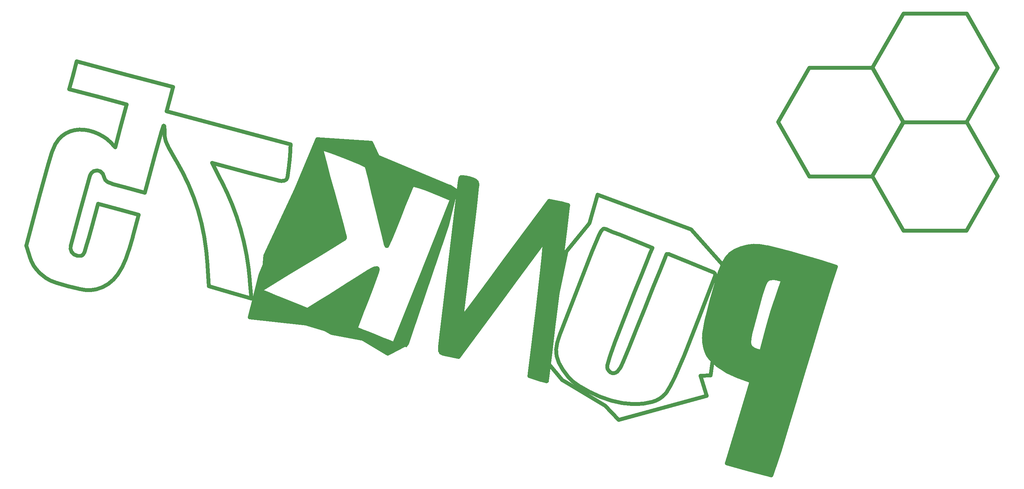
<source format=gbr>
G04 #@! TF.GenerationSoftware,KiCad,Pcbnew,5.1.6*
G04 #@! TF.CreationDate,2020-06-18T09:03:02+02:00*
G04 #@! TF.ProjectId,punk75_bottom,70756e6b-3735-45f6-926f-74746f6d2e6b,rev?*
G04 #@! TF.SameCoordinates,Original*
G04 #@! TF.FileFunction,Legend,Bot*
G04 #@! TF.FilePolarity,Positive*
%FSLAX46Y46*%
G04 Gerber Fmt 4.6, Leading zero omitted, Abs format (unit mm)*
G04 Created by KiCad (PCBNEW 5.1.6) date 2020-06-18 09:03:02*
%MOMM*%
%LPD*%
G01*
G04 APERTURE LIST*
%ADD10C,1.000000*%
%ADD11C,0.254000*%
G04 APERTURE END LIST*
D10*
X188620400Y-175361600D02*
X188214000Y-175666400D01*
X188671200Y-175260000D02*
X182524400Y-179171600D01*
X176428400Y-170180000D02*
X178003200Y-168910000D01*
X181051200Y-167132000D02*
X177088800Y-169722800D01*
X190957200Y-165252400D02*
X191922400Y-169011600D01*
X191820800Y-169164000D02*
X190957200Y-165252400D01*
X318496950Y-151193500D02*
X302113950Y-151193500D01*
X302113950Y-122872500D02*
X318496950Y-122872500D01*
X302113950Y-151193500D02*
X293985950Y-136969500D01*
X318623950Y-122872500D02*
X326624950Y-136969500D01*
X326624950Y-136969500D02*
X318496950Y-151193500D01*
X293985950Y-136969500D02*
X302113950Y-122872500D01*
X351231200Y-151130000D02*
X343103200Y-165354000D01*
X343103200Y-165354000D02*
X326720200Y-165354000D01*
X318592200Y-151130000D02*
X326720200Y-137033000D01*
X326720200Y-137033000D02*
X343103200Y-137033000D01*
X343230200Y-137033000D02*
X351231200Y-151130000D01*
X326720200Y-165354000D02*
X318592200Y-151130000D01*
X343230200Y-108712000D02*
X351231200Y-122809000D01*
X326809100Y-108712000D02*
X343192100Y-108712000D01*
X318592200Y-122809000D02*
X326720200Y-108712000D01*
X326720200Y-137033000D02*
X318592200Y-122809000D01*
X343103200Y-137033000D02*
X326720200Y-137033000D01*
X351231200Y-122809000D02*
X343103200Y-137033000D01*
X277063200Y-182422800D02*
X276453600Y-184962800D01*
X279247600Y-201066400D02*
X282651200Y-202895200D01*
X276758400Y-198983600D02*
X279247600Y-201066400D01*
X275488400Y-197104000D02*
X276758400Y-198983600D01*
X276402800Y-198628000D02*
X275488400Y-197104000D01*
X275539200Y-196951600D02*
X276402800Y-198628000D01*
X274828000Y-194564000D02*
X275539200Y-196951600D01*
X274980400Y-195122800D02*
X274828000Y-194564000D01*
X274777200Y-193548000D02*
X274980400Y-195122800D01*
X275082000Y-195681600D02*
X274777200Y-193548000D01*
X246938800Y-155956000D02*
X244805200Y-163423600D01*
X238810800Y-170738800D02*
X244805200Y-163372800D01*
X232968800Y-198628000D02*
X238810800Y-170738800D01*
X237693200Y-204266800D02*
X232968800Y-198628000D01*
X248869200Y-211023200D02*
X237693200Y-204266800D01*
X252425200Y-214731600D02*
X248869200Y-211023200D01*
X275386800Y-208432400D02*
X252425200Y-214731600D01*
X273812000Y-203200000D02*
X275386800Y-208432400D01*
X276402800Y-203098400D02*
X273812000Y-203200000D01*
X280263600Y-175056800D02*
X276402800Y-203098400D01*
X271322800Y-165049200D02*
X280263600Y-175056800D01*
X246938800Y-155956000D02*
X271322800Y-165049200D01*
X306477240Y-182837641D02*
X304697822Y-188659941D01*
X307425579Y-179849425D02*
X306477240Y-182837641D01*
X309094811Y-174752856D02*
X307425579Y-179849425D01*
X304879852Y-173421791D02*
X309094811Y-174752856D01*
X291824764Y-177832165D02*
G75*
G03*
X291349406Y-178016813I360649J-1632657D01*
G01*
X208928026Y-157152483D02*
G75*
G03*
X208906978Y-157129522I-35262J-11195D01*
G01*
X207480065Y-156535879D02*
X208906978Y-157129522D01*
X205895882Y-155880498D02*
X207480065Y-156535879D01*
X204016686Y-155109747D02*
X205895882Y-155880498D01*
X201883474Y-154271988D02*
X204016686Y-155109747D01*
X200276114Y-153726761D02*
X201883474Y-154271988D01*
X199076167Y-153401335D02*
X200276114Y-153726761D01*
X199076168Y-153401335D02*
G75*
G03*
X198699165Y-153501467I-95883J-398781D01*
G01*
X198699165Y-153501467D02*
G75*
G03*
X198458505Y-153846890I701638J-745385D01*
G01*
X197502611Y-156118719D02*
X198458505Y-153846890D01*
X196419479Y-158777680D02*
X197502611Y-156118719D01*
X195214060Y-161857515D02*
X196419479Y-158777680D01*
X194020105Y-164877639D02*
X195214060Y-161857515D01*
X192975673Y-167340409D02*
X194020105Y-164877639D01*
X192075212Y-169338041D02*
X192975673Y-167340409D01*
X191899725Y-169342405D02*
G75*
G03*
X192075212Y-169338041I86676J45108D01*
G01*
X191754449Y-168960967D02*
G75*
G03*
X191899725Y-169342406I1710106J432930D01*
G01*
X191029110Y-166082316D02*
X191754450Y-168960966D01*
X190209618Y-162762572D02*
X191029110Y-166082316D01*
X189284391Y-158913811D02*
X190209618Y-162762572D01*
X188361127Y-155069172D02*
X189284391Y-158913811D01*
X187547794Y-151762764D02*
X188361127Y-155069172D01*
X186826199Y-148882324D02*
X187547794Y-151762764D01*
X186826200Y-148882324D02*
G75*
G03*
X186696706Y-148544653I-1467000J-368914D01*
G01*
X186696706Y-148544654D02*
G75*
G03*
X186458215Y-148318402I-454200J-239947D01*
G01*
X184889245Y-147604450D02*
X186458215Y-148318402D01*
X183024203Y-146802348D02*
X184889245Y-147604450D01*
X180853284Y-145930080D02*
X183024203Y-146802348D01*
X239282060Y-158727195D02*
G75*
G03*
X239235315Y-158643193I-66721J17878D01*
G01*
X239235315Y-158643193D02*
G75*
G03*
X239235315Y-158643193I0J0D01*
G01*
X238580298Y-158452300D02*
X239235315Y-158643193D01*
X237783076Y-158247462D02*
X238580298Y-158452300D01*
X236827062Y-158037778D02*
X237783076Y-158247462D01*
X234325048Y-157523827D02*
X236827062Y-158037778D01*
X223014867Y-172837726D02*
X234325048Y-157523827D01*
X218667006Y-178715900D02*
X223014867Y-172837726D01*
X214980803Y-183679870D02*
X218667006Y-178715900D01*
X211655501Y-188146195D02*
X214980803Y-183679870D01*
X211547247Y-188242523D02*
G75*
G03*
X211655501Y-188146195I-179196J310373D01*
G01*
X211491658Y-188206072D02*
G75*
G03*
X211547246Y-188242523I36978J-4220D01*
G01*
X212055684Y-183273057D02*
X211491660Y-188206071D01*
X212701596Y-177762195D02*
X212055684Y-183273057D01*
X213499184Y-171197547D02*
X212701596Y-177762195D01*
X214306812Y-164564089D02*
X213499184Y-171197547D01*
X214985511Y-158828322D02*
X214306812Y-164564089D01*
X215561673Y-153845295D02*
X214985511Y-158828322D01*
X215561673Y-153845294D02*
G75*
G03*
X215596919Y-153152687I-5415563J622787D01*
G01*
X215596918Y-153152688D02*
G75*
G03*
X215469583Y-152687422I-958541J-12279D01*
G01*
X215469584Y-152687422D02*
G75*
G03*
X215127197Y-152315854I-990167J-568871D01*
G01*
X215127197Y-152315854D02*
G75*
G03*
X214496442Y-151995143I-1515909J-2200775D01*
G01*
X213444488Y-151670079D02*
X214496442Y-151995143D01*
X212616236Y-151478631D02*
X213444488Y-151670079D01*
X212616236Y-151478631D02*
G75*
G03*
X211901533Y-151380741I-1224294J-6280689D01*
G01*
X211901533Y-151380741D02*
G75*
G03*
X211353906Y-151367237I-396302J-4960497D01*
G01*
X211353906Y-151367237D02*
G75*
G03*
X211198087Y-151490610I5065J-166482D01*
G01*
X211198088Y-151490611D02*
G75*
G03*
X211052188Y-152244641I5253142J-1407575D01*
G01*
X208552307Y-172904906D02*
X211052188Y-152244641D01*
X206179533Y-192555554D02*
X208552307Y-172904906D01*
X205862438Y-195604924D02*
X206179533Y-192555554D01*
X205862439Y-195604923D02*
G75*
G03*
X205836656Y-196652952I8338248J-729464D01*
G01*
X205836655Y-196652953D02*
G75*
G03*
X206054630Y-197127082I681064J25941D01*
G01*
X206054631Y-197127081D02*
G75*
G03*
X206601522Y-197422386I847123J914772D01*
G01*
X208222134Y-197790116D02*
X206601522Y-197422386D01*
X108867663Y-179812537D02*
X105942119Y-178982540D01*
X111710233Y-180530045D02*
X108867663Y-179812537D01*
X111710232Y-180530045D02*
G75*
G03*
X113449440Y-180832217I3356536J14162921D01*
G01*
X113449441Y-180832215D02*
G75*
G03*
X114816273Y-180857609I819886J7332983D01*
G01*
X114816273Y-180857610D02*
G75*
G03*
X116251827Y-180638150I-695163J9352196D01*
G01*
X116251827Y-180638150D02*
G75*
G03*
X119368168Y-179245469I-2041901J8752064D01*
G01*
X119368169Y-179245469D02*
G75*
G03*
X121845989Y-176757799I-5753268J8208329D01*
G01*
X121845989Y-176757799D02*
G75*
G03*
X123907886Y-172818499I-14623552J10163484D01*
G01*
X123907886Y-172818499D02*
G75*
G03*
X125799998Y-166899910I-61146989J22809803D01*
G01*
X127325723Y-161205825D02*
X125799998Y-166899910D01*
X122013131Y-159782320D02*
X127325723Y-161205825D01*
X116700539Y-158358815D02*
X122013131Y-159782320D01*
X115028800Y-164597834D02*
X116700539Y-158358815D01*
X114352156Y-167037783D02*
X115028800Y-164597834D01*
X113701890Y-169205474D02*
X114352156Y-167037783D01*
X113120698Y-171011966D02*
X113701890Y-169205474D01*
X112859209Y-171522245D02*
G75*
G03*
X113120698Y-171011966I-1505817J1093783D01*
G01*
X112252606Y-171911331D02*
G75*
G03*
X112859208Y-171522246I-194917J971287D01*
G01*
X111346281Y-171910342D02*
G75*
G03*
X112252605Y-171911331I455612J2244970D01*
G01*
X110433995Y-171544646D02*
G75*
G03*
X111346282Y-171910343I1455209J2309472D01*
G01*
X109818808Y-170905200D02*
G75*
G03*
X110433996Y-171544646I1600274J923921D01*
G01*
X109593256Y-169240420D02*
G75*
G03*
X109818807Y-170905200I2143940J-557200D01*
G01*
X112030527Y-160112070D02*
X109593256Y-169240421D01*
X114596315Y-150975220D02*
X112030527Y-160112070D01*
X115603472Y-149803285D02*
G75*
G03*
X114596315Y-150975220I774269J-1684146D01*
G01*
X116488868Y-149622689D02*
G75*
G03*
X115603472Y-149803286I-56538J-1983480D01*
G01*
X117324701Y-149866350D02*
G75*
G03*
X116488868Y-149622689I-884975J-1480327D01*
G01*
X117964084Y-150501200D02*
G75*
G03*
X117324702Y-149866350I-1600019J-972041D01*
G01*
X118296172Y-151413045D02*
G75*
G03*
X117964084Y-150501200I-2454318J-377450D01*
G01*
X118296171Y-151413045D02*
G75*
G03*
X118600268Y-152145449I1642351J252578D01*
G01*
X118600269Y-152145449D02*
G75*
G03*
X119208430Y-152650884I1323987J974479D01*
G01*
X119208430Y-152650886D02*
G75*
G03*
X120457459Y-153126719I3367179J6961382D01*
G01*
X123680569Y-154017453D02*
X120457459Y-153126719D01*
X128878637Y-155410270D02*
X123680569Y-154017453D01*
X131551821Y-145644377D02*
X128878637Y-155410270D01*
X133143155Y-139882255D02*
X131551821Y-145644377D01*
X133748581Y-137989128D02*
X133143155Y-139882255D01*
X133961897Y-137997115D02*
G75*
G03*
X133748581Y-137989128I-107937J-30159D01*
G01*
X134042442Y-138764066D02*
G75*
G03*
X133961896Y-137997116I-2303805J145756D01*
G01*
X134042442Y-138764067D02*
G75*
G03*
X134057070Y-140595193I12849687J-812973D01*
G01*
X134057070Y-140595192D02*
G75*
G03*
X134369936Y-142031977I5435696J431188D01*
G01*
X134369937Y-142031978D02*
G75*
G03*
X135163082Y-143761110I11125808J4056890D01*
G01*
X137075686Y-147082574D02*
X135163082Y-143761110D01*
X140351482Y-153448264D02*
G75*
G03*
X137075686Y-147082574I-55349616J-24457305D01*
G01*
X142780817Y-160035331D02*
G75*
G03*
X140351483Y-153448264I-53637873J-16040334D01*
G01*
X210727866Y-198306047D02*
X208222134Y-197790116D01*
X221518916Y-183607668D02*
X210727866Y-198306047D01*
X225698866Y-177933343D02*
X221518916Y-183607668D01*
X229318048Y-173062398D02*
X225698866Y-177933343D01*
X232490616Y-168820707D02*
X229318048Y-173062398D01*
X232915767Y-168349155D02*
G75*
G03*
X232490616Y-168820707I2375519J-2569199D01*
G01*
X233148765Y-168462509D02*
G75*
G03*
X232915766Y-168349155I-138597J11256D01*
G01*
X232793917Y-172571342D02*
X233148763Y-168462509D01*
X232237859Y-177978803D02*
X232793917Y-172571342D01*
X231344601Y-185517995D02*
X232237859Y-177978803D01*
X229167633Y-203246968D02*
X231344601Y-185517995D01*
X231420922Y-204008507D02*
X229167633Y-203246968D01*
X232288343Y-204287819D02*
X231420922Y-204008507D01*
X233026214Y-204494442D02*
X232288343Y-204287819D01*
X233639271Y-204642846D02*
X233026214Y-204494442D01*
X233639273Y-204642845D02*
G75*
G03*
X233721553Y-204593358I15496J67380D01*
G01*
X233721554Y-204593359D02*
G75*
G03*
X233749845Y-204447231I-1019645J273212D01*
G01*
X234557830Y-197783703D02*
X233749845Y-204447231D01*
X235450646Y-190397907D02*
X234557830Y-197783703D01*
X236501971Y-181659665D02*
X235450646Y-190397907D01*
X237553273Y-172921507D02*
X236501971Y-181659665D01*
X238446015Y-165535986D02*
X237553273Y-172921507D01*
X239253963Y-158872323D02*
X238446015Y-165535986D01*
X239282060Y-158727195D02*
G75*
G03*
X239253963Y-158872323I1012607J-271327D01*
G01*
X136254980Y-127881384D02*
X135413818Y-131020643D01*
X136254980Y-127881384D02*
X136254980Y-127881384D01*
X123697945Y-124516736D02*
X136254980Y-127881384D01*
X111140909Y-121152089D02*
X123697945Y-124516736D01*
X110170337Y-124774311D02*
X111140909Y-121152089D01*
X109199766Y-128396533D02*
X110170337Y-124774311D01*
X116685691Y-130402380D02*
X109199766Y-128396533D01*
X124171616Y-132408228D02*
X116685691Y-130402380D01*
X254491169Y-186693522D02*
X251533408Y-194336867D01*
X209973995Y-154863920D02*
X208420521Y-153866100D01*
X207662459Y-164115047D02*
X209973995Y-154863920D01*
X197268460Y-194789307D02*
X207662459Y-164115047D01*
X192206343Y-197448036D02*
X197268460Y-194789307D01*
X185726013Y-193536780D02*
X192206343Y-197448036D01*
X177598133Y-192028108D02*
X185726013Y-193536780D01*
X176006617Y-191099772D02*
X177598133Y-192028108D01*
X170897475Y-189563485D02*
X176006617Y-191099772D01*
X156263849Y-187984570D02*
X170897475Y-189563485D01*
X159077274Y-176860365D02*
X156263849Y-187984570D01*
X173900826Y-141517618D02*
X159077274Y-176860365D01*
X187879476Y-142419144D02*
X173900826Y-141517618D01*
X189582255Y-146054038D02*
X187879476Y-142419144D01*
X208382478Y-153935584D02*
X189582255Y-146054038D01*
X178681999Y-145106699D02*
X180853284Y-145930080D01*
X178681999Y-145106699D02*
G75*
G03*
X178681999Y-145106699I0J0D01*
G01*
X178681999Y-145106699D02*
G75*
G03*
X178681999Y-145106699I0J0D01*
G01*
X176818562Y-144455677D02*
X178681999Y-145106699D01*
X175218920Y-143935731D02*
X176818562Y-144455677D01*
X175218921Y-143935731D02*
G75*
G03*
X175014078Y-143996245I-57810J-181269D01*
G01*
X175014078Y-143996247D02*
G75*
G03*
X174961656Y-144231036I206097J-169262D01*
G01*
X175798157Y-147513600D02*
X174961656Y-144231036D01*
X176779868Y-151233499D02*
X175798157Y-147513600D01*
X177987000Y-155600403D02*
X176779868Y-151233499D01*
X179201994Y-159970223D02*
X177987000Y-155600403D01*
X180208194Y-163699959D02*
X179201994Y-159970223D01*
X181079403Y-167001920D02*
X180208194Y-163699959D01*
X181070051Y-167247974D02*
G75*
G03*
X181079403Y-167001920I-399957J138406D01*
G01*
X180918318Y-167438380D02*
G75*
G03*
X181070051Y-167247974I-193534J309887D01*
G01*
X177756449Y-169409745D02*
X180918318Y-167438379D01*
X174173236Y-171615699D02*
X177756449Y-169409745D01*
X169938776Y-174176417D02*
X174173236Y-171615699D01*
X165718509Y-176728143D02*
X169938776Y-174176417D01*
X162182143Y-178904689D02*
X165718509Y-176728143D01*
X159043856Y-180859796D02*
X162182143Y-178904689D01*
X159043855Y-180859796D02*
G75*
G03*
X159015295Y-180974136I44870J-71945D01*
G01*
X159015296Y-180974137D02*
G75*
G03*
X159129261Y-181074648I206405J119168D01*
G01*
X160874541Y-181806814D02*
X159129261Y-181074648D01*
X162861837Y-182624447D02*
X160874541Y-181806814D01*
X165201920Y-183561575D02*
X162861837Y-182624447D01*
X171286906Y-185972971D02*
X165201920Y-183561575D01*
X174989459Y-183706414D02*
X171286906Y-185972971D01*
X176796229Y-182589760D02*
X174989459Y-183706414D01*
X179237212Y-181060766D02*
X176796229Y-182589760D01*
X181851326Y-179410608D02*
X179237212Y-181060766D01*
X184250566Y-177882778D02*
X181851326Y-179410608D01*
X187316207Y-175953822D02*
X184250566Y-177882778D01*
X188752157Y-175189378D02*
G75*
G03*
X187316207Y-175953822I5173228J-11448399D01*
G01*
X189398487Y-175106841D02*
G75*
G03*
X188752156Y-175189379I-188512J-1095698D01*
G01*
X189643965Y-175445650D02*
G75*
G03*
X189398487Y-175106840I-296254J43688D01*
G01*
X189461709Y-176180532D02*
G75*
G03*
X189643965Y-175445649I-3697198J1306972D01*
G01*
X188687665Y-178330485D02*
X189461710Y-176180532D01*
X187727326Y-180881697D02*
X188687665Y-178330485D01*
X186620391Y-183693669D02*
X187727326Y-180881697D01*
X185543720Y-186433906D02*
X186620391Y-183693669D01*
X184680910Y-188756372D02*
X185543720Y-186433906D01*
X183963766Y-190775461D02*
X184680910Y-188756372D01*
X183963766Y-190775459D02*
G75*
G03*
X184031856Y-190918771I106175J-37386D01*
G01*
X184235824Y-190996543D02*
X184031856Y-190918771D01*
X185628002Y-191558450D02*
X184235824Y-190996543D01*
X187233186Y-192207927D02*
X185628002Y-191558450D01*
X189086552Y-192960141D02*
X187233186Y-192207927D01*
X190924099Y-193703568D02*
X189086552Y-192960141D01*
X192477671Y-194324777D02*
X190924099Y-193703568D01*
X193876469Y-194879749D02*
X192477671Y-194324777D01*
X193876470Y-194879748D02*
G75*
G03*
X193911698Y-194875365I13615J34332D01*
G01*
X193911698Y-194875365D02*
G75*
G03*
X193969124Y-194801719I-97714J135404D01*
G01*
X201445880Y-176019348D02*
X193969124Y-194801719D01*
X208925254Y-157230086D02*
X201445880Y-176019348D01*
X208925253Y-157230086D02*
G75*
G03*
X208928025Y-157152483I-107222J42681D01*
G01*
X144402033Y-166989868D02*
G75*
G03*
X142780817Y-160035332I-57228238J-9674601D01*
G01*
X145261375Y-174455062D02*
G75*
G03*
X144402032Y-166989868I-70977195J-4388354D01*
G01*
X145592944Y-179817921D02*
X145261375Y-174455062D01*
X151120759Y-181444856D02*
X145592944Y-179817921D01*
X156648574Y-183071791D02*
X151120759Y-181444856D01*
X156288766Y-178429695D02*
X156648574Y-183071791D01*
X156288766Y-178429695D02*
G75*
G03*
X155415608Y-171627352I-67987330J-5269732D01*
G01*
X155415609Y-171627353D02*
G75*
G03*
X153863382Y-164944408I-67217865J-12090746D01*
G01*
X153863382Y-164944408D02*
G75*
G03*
X151655848Y-158476683I-65153154J-18627175D01*
G01*
X151655847Y-158476683D02*
G75*
G03*
X148823430Y-152317808I-60944603J-24297200D01*
G01*
X146392709Y-147679837D02*
X148823430Y-152317808D01*
X156092290Y-150278832D02*
X146392709Y-147679837D01*
X163673903Y-152270181D02*
X156092290Y-150278832D01*
X163673903Y-152270180D02*
G75*
G03*
X165267667Y-152308812I880252J3420107D01*
G01*
X165267667Y-152308812D02*
G75*
G03*
X166079681Y-151476690I-209795J1016982D01*
G01*
X166079682Y-151476691D02*
G75*
G03*
X166534038Y-148124788I-37625464J6806947D01*
G01*
X166642104Y-146892409D02*
X166534038Y-148124788D01*
X122672852Y-138001692D02*
X124171616Y-132408228D01*
X121174088Y-143595156D02*
X122672852Y-138001692D01*
X119753507Y-142086750D02*
X121174088Y-143595156D01*
X119753507Y-142086750D02*
G75*
G03*
X118993642Y-141408339I-4289422J-4039679D01*
G01*
X118993642Y-141408339D02*
G75*
G03*
X117979329Y-140726623I-7247699J-9688283D01*
G01*
X117979329Y-140726623D02*
G75*
G03*
X116823465Y-140105420I-7032954J-11700171D01*
G01*
X116823465Y-140105419D02*
G75*
G03*
X115629571Y-139607861I-5548400J-11632260D01*
G01*
X115629572Y-139607862D02*
G75*
G03*
X113023195Y-139008875I-3812940J-10621217D01*
G01*
X113023195Y-139008875D02*
G75*
G03*
X110558362Y-139115957I-879451J-8178184D01*
G01*
X110558362Y-139115957D02*
G75*
G03*
X108358302Y-139929796I1415886J-7208222D01*
G01*
X108358303Y-139929795D02*
G75*
G03*
X106522843Y-141396662I3639026J-6435207D01*
G01*
X106522843Y-141396662D02*
G75*
G03*
X105538454Y-142817915I4892576J-4440231D01*
G01*
X105538454Y-142817915D02*
G75*
G03*
X104715070Y-144758731I12801429J-6576024D01*
G01*
X103681260Y-148125165D02*
X104715070Y-144758731D01*
X101507090Y-156140069D02*
X103681260Y-148125165D01*
X98002883Y-169217942D02*
X101507090Y-156140069D01*
X98826269Y-171957820D02*
X98002883Y-169217942D01*
X98826270Y-171957819D02*
G75*
G03*
X99323979Y-173322335I12035005J3616759D01*
G01*
X99323979Y-173322336D02*
G75*
G03*
X99940200Y-174495939I8022311J3463675D01*
G01*
X99940199Y-174495939D02*
G75*
G03*
X100721963Y-175554684I7287642J4563107D01*
G01*
X100721964Y-175554684D02*
G75*
G03*
X101716658Y-176573989I8904738J7694740D01*
G01*
X101716657Y-176573989D02*
G75*
G03*
X103047390Y-177647733I9887556J10892547D01*
G01*
X103047389Y-177647733D02*
G75*
G03*
X104289775Y-178364049I4273010J5975584D01*
G01*
X104289775Y-178364050D02*
G75*
G03*
X105942119Y-178982540I5429291J11988341D01*
G01*
X251533408Y-194336867D02*
X250165180Y-198150459D01*
X257092153Y-190962944D02*
X259276831Y-185488817D01*
X255116237Y-195834080D02*
X257092153Y-190962944D01*
X253428245Y-199933985D02*
X255116237Y-195834080D01*
X252898838Y-201064696D02*
G75*
G03*
X253428245Y-199933985I-12175613J6390007D01*
G01*
X252104844Y-202098041D02*
G75*
G03*
X252898836Y-201064696I-2579882J2804020D01*
G01*
X237183175Y-192189897D02*
X241424964Y-181232445D01*
X237183176Y-192189898D02*
G75*
G03*
X236405172Y-194577959I22057046J-8506701D01*
G01*
X236405173Y-194577959D02*
G75*
G03*
X236121932Y-196370113I8356879J-2239219D01*
G01*
X236121931Y-196370114D02*
G75*
G03*
X236251705Y-198060834I6617437J-342409D01*
G01*
X236251705Y-198060834D02*
G75*
G03*
X236823397Y-199766680I7452030J1548732D01*
G01*
X134572656Y-134159902D02*
X150742713Y-138492655D01*
X135413818Y-131020643D02*
X134572656Y-134159902D01*
X302839009Y-172802217D02*
X304879852Y-173421791D01*
X302839009Y-172802217D02*
X302839009Y-172802217D01*
X300124590Y-172025463D02*
X302839009Y-172802217D01*
X287635026Y-169282980D02*
G75*
G03*
X286036012Y-169469168I453405J-10853291D01*
G01*
X286036012Y-169469168D02*
G75*
G03*
X282709322Y-170608314I2383406J-12387446D01*
G01*
X282709322Y-170608315D02*
G75*
G03*
X280566536Y-172497769I2584002J-5090224D01*
G01*
X280566535Y-172497769D02*
G75*
G03*
X278885579Y-175954556I11196135J-7581524D01*
G01*
X276752088Y-183179332D02*
X278885579Y-175954556D01*
X288222270Y-186651677D02*
X286743566Y-192398594D01*
X289419761Y-182295795D02*
X288222270Y-186651677D01*
X290159851Y-179994224D02*
X289419761Y-182295795D01*
X290752470Y-178641414D02*
G75*
G03*
X290159851Y-179994224I10027623J-5198964D01*
G01*
X291349405Y-178016813D02*
G75*
G03*
X290752470Y-178641414I769691J-1333148D01*
G01*
X255251976Y-167424848D02*
X261260665Y-169831640D01*
X289610553Y-196925343D02*
X291143943Y-191202657D01*
X288258257Y-196562997D02*
X289610553Y-196925343D01*
X286968127Y-195819438D02*
G75*
G03*
X288258257Y-196562997I2036762J2042916D01*
G01*
X286475452Y-194638606D02*
G75*
G03*
X286968128Y-195819438I1676016J6085D01*
G01*
X286743566Y-192398594D02*
G75*
G03*
X286475453Y-194638607I8943790J-2206558D01*
G01*
X293979778Y-181868573D02*
X295282224Y-178257177D01*
X293373364Y-183651055D02*
X293979778Y-181868573D01*
X292609493Y-186100161D02*
X293373364Y-183651055D01*
X291826358Y-188747175D02*
X292609493Y-186100161D01*
X291143943Y-191202657D02*
X291826358Y-188747175D01*
X252910114Y-166487253D02*
X255251976Y-167424848D01*
X250848327Y-165662750D02*
X252910114Y-166487253D01*
X249092530Y-164961328D02*
X250848327Y-165662750D01*
X248698565Y-164805972D02*
X249092530Y-164961328D01*
X248698566Y-164805971D02*
G75*
G03*
X248436674Y-164841189I-99090J-254507D01*
G01*
X296325124Y-216504566D02*
X294591149Y-222153489D01*
X298356383Y-209799826D02*
X296325124Y-216504566D01*
X300483627Y-202685785D02*
X298356383Y-209799826D01*
X302624721Y-195520285D02*
X300483627Y-202685785D01*
X304697822Y-188659941D02*
X302624721Y-195520285D01*
X236823398Y-199766679D02*
G75*
G03*
X237866405Y-201608991I13063660J6179462D01*
G01*
X237866404Y-201608992D02*
G75*
G03*
X239209842Y-203406112I17461498J11652648D01*
G01*
X239209842Y-203406112D02*
G75*
G03*
X240542938Y-204741150I8124148J6779235D01*
G01*
X240542939Y-204741151D02*
G75*
G03*
X242227477Y-205943390I8633592J10315821D01*
G01*
X244730871Y-207354046D02*
X242227477Y-205943390D01*
X297236879Y-171229471D02*
X300124590Y-172025463D01*
X294610605Y-170537487D02*
X297236879Y-171229471D01*
X291205765Y-169705980D02*
X294610605Y-170537487D01*
X291205765Y-169705980D02*
G75*
G03*
X289184798Y-169346711I-4463190J-19242598D01*
G01*
X289184798Y-169346711D02*
G75*
G03*
X287635026Y-169282979I-1158614J-9299314D01*
G01*
X277573278Y-177147466D02*
X273345877Y-188109325D01*
X277573279Y-177147465D02*
G75*
G03*
X277534950Y-176527659I-696336J268026D01*
G01*
X277534950Y-176527659D02*
G75*
G03*
X277115540Y-176149124I-735333J-393118D01*
G01*
X271314091Y-173783924D02*
X277115540Y-176149124D01*
X265481708Y-171425119D02*
X271314091Y-173783924D01*
X166741849Y-145669106D02*
X166642104Y-146892409D01*
X166821975Y-144606702D02*
X166741849Y-145669106D01*
X166859435Y-143975804D02*
X166821975Y-144606702D01*
X166912769Y-142825409D02*
X166859435Y-143975804D01*
X150742713Y-138492655D02*
X166912769Y-142825409D01*
X244730871Y-207354046D02*
G75*
G03*
X250565132Y-209701710I14514671J27647609D01*
G01*
X250565133Y-209701710D02*
G75*
G03*
X256321086Y-210602583I6421277J22188785D01*
G01*
X256321086Y-210602584D02*
G75*
G03*
X261238080Y-210005226I478263J16598444D01*
G01*
X261238080Y-210005226D02*
G75*
G03*
X264601806Y-207926616I-1893174J6824636D01*
G01*
X264601806Y-207926616D02*
G75*
G03*
X265088192Y-207285485I-3502953J3162533D01*
G01*
X256602905Y-181304584D02*
X254491169Y-186693522D01*
X276328193Y-198661319D02*
G75*
G03*
X278247868Y-200460455I10782030J9580696D01*
G01*
X278247867Y-200460455D02*
G75*
G03*
X280763658Y-202106811I11249942J14445636D01*
G01*
X280763658Y-202106812D02*
G75*
G03*
X283634215Y-203408995I10538753J19416772D01*
G01*
X287048909Y-204672793D02*
X283634215Y-203408995D01*
X283824462Y-215379847D02*
X287048909Y-204672793D01*
X251151654Y-202532372D02*
G75*
G03*
X252104844Y-202098041I-187066J1673646D01*
G01*
X250245054Y-202286958D02*
G75*
G03*
X251151654Y-202532372I764423J1026630D01*
G01*
X249557482Y-201438164D02*
G75*
G03*
X250245053Y-202286957I2006418J922433D01*
G01*
X249473101Y-200469446D02*
G75*
G03*
X249557482Y-201438165I1394068J-366603D01*
G01*
X250165180Y-198150459D02*
X249473100Y-200469446D01*
X275284119Y-188903721D02*
X276752088Y-183179332D01*
X275284119Y-188903721D02*
G75*
G03*
X274714461Y-192179627I24648728J-5973731D01*
G01*
X274714461Y-192179626D02*
G75*
G03*
X274730179Y-194576962I10558185J-1129494D01*
G01*
X274730179Y-194576963D02*
G75*
G03*
X275283657Y-196905770I10478155J1260122D01*
G01*
X275283657Y-196905770D02*
G75*
G03*
X276328192Y-198661319I5092748J1841618D01*
G01*
X265481708Y-171425119D02*
G75*
G03*
X264982195Y-171431567I-242043J-600765D01*
G01*
X264982195Y-171431567D02*
G75*
G03*
X264890096Y-171525799I69218J-159774D01*
G01*
X263239841Y-175589651D02*
X264890096Y-171525799D01*
X261414241Y-180120705D02*
X263239841Y-175589651D01*
X259276831Y-185488817D02*
X261414241Y-180120705D01*
X265750241Y-206183492D02*
X265088192Y-207285485D01*
X266448841Y-204890993D02*
X265750241Y-206183492D01*
X267085523Y-203571912D02*
X266448841Y-204890993D01*
X269501728Y-197904098D02*
X267085523Y-203571912D01*
X273345877Y-188109325D02*
X269501728Y-197904098D01*
X280600015Y-226086900D02*
X283824462Y-215379847D01*
X286425813Y-227647918D02*
X280600015Y-226086900D01*
X292251612Y-229208936D02*
X286425813Y-227647918D01*
X293731261Y-224817254D02*
X292251612Y-229208936D01*
X294591149Y-222153489D02*
X293731261Y-224817254D01*
X261260665Y-169831640D02*
X260566056Y-171375955D01*
X260566056Y-171375955D02*
X260102782Y-172468730D01*
X260102782Y-172468730D02*
X258495033Y-176512520D01*
X258495033Y-176512520D02*
X256602905Y-181304584D01*
X291824764Y-177832164D02*
G75*
G03*
X291824764Y-177832164I0J-1D01*
G01*
X292465325Y-177741336D02*
G75*
G03*
X291824764Y-177832164I271830J-4221255D01*
G01*
X293157624Y-177747843D02*
G75*
G03*
X292465324Y-177741337I-390206J-4684814D01*
G01*
X293796964Y-177859204D02*
G75*
G03*
X293157624Y-177747843I-941190J-3512583D01*
G01*
X295282224Y-178257177D02*
X293796965Y-177859203D01*
X248436674Y-164841188D02*
G75*
G03*
X248087109Y-165165643I1300299J-1751468D01*
G01*
X248087110Y-165165643D02*
G75*
G03*
X247717276Y-165679221I2692689J-2328991D01*
G01*
X247717276Y-165679221D02*
G75*
G03*
X247381942Y-166328202I5404203J-3203517D01*
G01*
X245506115Y-170801935D02*
X247381942Y-166328202D01*
X241424964Y-181232445D02*
X245506115Y-170801935D01*
D11*
G36*
X239134074Y-158748496D02*
G01*
X233572389Y-204505994D01*
X229305612Y-203157386D01*
X233247390Y-168416318D01*
X233247759Y-168391424D01*
X233243264Y-168366937D01*
X233234078Y-168343797D01*
X233220554Y-168322894D01*
X233203212Y-168305031D01*
X233182719Y-168290894D01*
X233168367Y-168284083D01*
X232914367Y-168182483D01*
X232890456Y-168175547D01*
X232865652Y-168173409D01*
X232840907Y-168176152D01*
X232817172Y-168183669D01*
X232795360Y-168195671D01*
X232776309Y-168211699D01*
X232765023Y-168224975D01*
X210834507Y-197934049D01*
X211705307Y-188210121D01*
X234342413Y-157672817D01*
X239134074Y-158748496D01*
G37*
X239134074Y-158748496D02*
X233572389Y-204505994D01*
X229305612Y-203157386D01*
X233247390Y-168416318D01*
X233247759Y-168391424D01*
X233243264Y-168366937D01*
X233234078Y-168343797D01*
X233220554Y-168322894D01*
X233203212Y-168305031D01*
X233182719Y-168290894D01*
X233168367Y-168284083D01*
X232914367Y-168182483D01*
X232890456Y-168175547D01*
X232865652Y-168173409D01*
X232840907Y-168176152D01*
X232817172Y-168183669D01*
X232795360Y-168195671D01*
X232776309Y-168211699D01*
X232765023Y-168224975D01*
X210834507Y-197934049D01*
X211705307Y-188210121D01*
X234342413Y-157672817D01*
X239134074Y-158748496D01*
G36*
X213681138Y-151812528D02*
G01*
X215101146Y-152449084D01*
X215463850Y-153038478D01*
X213030696Y-173416143D01*
X213030358Y-173419306D01*
X210706811Y-198119618D01*
X206426270Y-197244053D01*
X205972584Y-196563524D01*
X206425023Y-192139676D01*
X211337209Y-151525517D01*
X213681138Y-151812528D01*
G37*
X213681138Y-151812528D02*
X215101146Y-152449084D01*
X215463850Y-153038478D01*
X213030696Y-173416143D01*
X213030358Y-173419306D01*
X210706811Y-198119618D01*
X206426270Y-197244053D01*
X205972584Y-196563524D01*
X206425023Y-192139676D01*
X211337209Y-151525517D01*
X213681138Y-151812528D01*
G36*
X187874122Y-142514088D02*
G01*
X189418153Y-146100223D01*
X189430192Y-146122015D01*
X189446251Y-146141039D01*
X189465714Y-146156565D01*
X189486157Y-146167315D01*
X208231357Y-153939715D01*
X208255179Y-153946951D01*
X208280000Y-153949400D01*
X209238969Y-153949400D01*
X209968270Y-154769863D01*
X209357528Y-157024908D01*
X209027099Y-156951479D01*
X198976732Y-153246041D01*
X198952641Y-153239760D01*
X198927788Y-153238299D01*
X198903127Y-153241715D01*
X198879607Y-153249877D01*
X198858130Y-153262470D01*
X198839523Y-153279011D01*
X198824501Y-153298865D01*
X198815898Y-153315572D01*
X192104264Y-169125198D01*
X186762178Y-148405892D01*
X186753629Y-148382510D01*
X186740683Y-148361244D01*
X186723837Y-148342913D01*
X186703738Y-148328221D01*
X186686100Y-148319577D01*
X175052900Y-143696777D01*
X175028974Y-143689895D01*
X175004164Y-143687813D01*
X174979426Y-143690611D01*
X174955708Y-143698182D01*
X174933924Y-143710234D01*
X174914909Y-143726305D01*
X174899395Y-143745776D01*
X174887977Y-143767900D01*
X174881095Y-143791826D01*
X174879013Y-143816636D01*
X174883147Y-143846989D01*
X180955530Y-167023251D01*
X159101973Y-180756909D01*
X159890562Y-171737425D01*
X173966737Y-141610359D01*
X187874122Y-142514088D01*
G37*
X187874122Y-142514088D02*
X189418153Y-146100223D01*
X189430192Y-146122015D01*
X189446251Y-146141039D01*
X189465714Y-146156565D01*
X189486157Y-146167315D01*
X208231357Y-153939715D01*
X208255179Y-153946951D01*
X208280000Y-153949400D01*
X209238969Y-153949400D01*
X209968270Y-154769863D01*
X209357528Y-157024908D01*
X209027099Y-156951479D01*
X198976732Y-153246041D01*
X198952641Y-153239760D01*
X198927788Y-153238299D01*
X198903127Y-153241715D01*
X198879607Y-153249877D01*
X198858130Y-153262470D01*
X198839523Y-153279011D01*
X198824501Y-153298865D01*
X198815898Y-153315572D01*
X192104264Y-169125198D01*
X186762178Y-148405892D01*
X186753629Y-148382510D01*
X186740683Y-148361244D01*
X186723837Y-148342913D01*
X186703738Y-148328221D01*
X186686100Y-148319577D01*
X175052900Y-143696777D01*
X175028974Y-143689895D01*
X175004164Y-143687813D01*
X174979426Y-143690611D01*
X174955708Y-143698182D01*
X174933924Y-143710234D01*
X174914909Y-143726305D01*
X174899395Y-143745776D01*
X174887977Y-143767900D01*
X174881095Y-143791826D01*
X174879013Y-143816636D01*
X174883147Y-143846989D01*
X180955530Y-167023251D01*
X159101973Y-180756909D01*
X159890562Y-171737425D01*
X173966737Y-141610359D01*
X187874122Y-142514088D01*
G36*
X158877824Y-180985958D02*
G01*
X158877431Y-181010851D01*
X158881902Y-181035343D01*
X158891065Y-181058492D01*
X158904568Y-181079408D01*
X158921892Y-181097288D01*
X158942372Y-181111445D01*
X158956161Y-181118045D01*
X171198961Y-186096445D01*
X171222832Y-186103518D01*
X171247623Y-186105797D01*
X171272383Y-186103196D01*
X171296160Y-186095815D01*
X171312775Y-186087319D01*
X189145604Y-175245770D01*
X189622799Y-175392599D01*
X183878591Y-190811263D01*
X183872228Y-190835333D01*
X183870683Y-190860181D01*
X183874015Y-190884853D01*
X183882097Y-190908401D01*
X183894617Y-190929920D01*
X183911095Y-190948583D01*
X183930897Y-190963673D01*
X183949703Y-190973222D01*
X193804903Y-194986422D01*
X193828770Y-194993506D01*
X193856534Y-194995745D01*
X196745979Y-194910761D01*
X192131740Y-197263119D01*
X185893397Y-193389309D01*
X185871061Y-193378312D01*
X185848646Y-193372164D01*
X177594370Y-191903612D01*
X176244847Y-191003930D01*
X176222878Y-190992217D01*
X176210479Y-190987833D01*
X170724079Y-189362233D01*
X170700856Y-189357652D01*
X156367872Y-187899208D01*
X159611913Y-174572339D01*
X158877824Y-180985958D01*
G37*
X158877824Y-180985958D02*
X158877431Y-181010851D01*
X158881902Y-181035343D01*
X158891065Y-181058492D01*
X158904568Y-181079408D01*
X158921892Y-181097288D01*
X158942372Y-181111445D01*
X158956161Y-181118045D01*
X171198961Y-186096445D01*
X171222832Y-186103518D01*
X171247623Y-186105797D01*
X171272383Y-186103196D01*
X171296160Y-186095815D01*
X171312775Y-186087319D01*
X189145604Y-175245770D01*
X189622799Y-175392599D01*
X183878591Y-190811263D01*
X183872228Y-190835333D01*
X183870683Y-190860181D01*
X183874015Y-190884853D01*
X183882097Y-190908401D01*
X183894617Y-190929920D01*
X183911095Y-190948583D01*
X183930897Y-190963673D01*
X183949703Y-190973222D01*
X193804903Y-194986422D01*
X193828770Y-194993506D01*
X193856534Y-194995745D01*
X196745979Y-194910761D01*
X192131740Y-197263119D01*
X185893397Y-193389309D01*
X185871061Y-193378312D01*
X185848646Y-193372164D01*
X177594370Y-191903612D01*
X176244847Y-191003930D01*
X176222878Y-190992217D01*
X176210479Y-190987833D01*
X170724079Y-189362233D01*
X170700856Y-189357652D01*
X156367872Y-187899208D01*
X159611913Y-174572339D01*
X158877824Y-180985958D01*
G36*
X209416937Y-157987129D02*
G01*
X197699432Y-194610672D01*
X197095255Y-195540176D01*
X194027420Y-194926609D01*
X208296317Y-159254367D01*
X208301112Y-159239923D01*
X208999500Y-156620970D01*
X209416937Y-157987129D01*
G37*
X209416937Y-157987129D02*
X197699432Y-194610672D01*
X197095255Y-195540176D01*
X194027420Y-194926609D01*
X208296317Y-159254367D01*
X208301112Y-159239923D01*
X208999500Y-156620970D01*
X209416937Y-157987129D01*
G36*
X290605537Y-169696380D02*
G01*
X308907547Y-174889513D01*
X301209340Y-199845792D01*
X289770519Y-196836109D01*
X295421883Y-178294227D01*
X295426772Y-178269815D01*
X295426805Y-178244919D01*
X295421980Y-178220494D01*
X295412483Y-178197481D01*
X295398679Y-178176762D01*
X295381098Y-178159134D01*
X295360415Y-178145275D01*
X295326208Y-178132850D01*
X292633808Y-177574050D01*
X292609053Y-177571404D01*
X292575277Y-177575688D01*
X291051277Y-177982088D01*
X291027966Y-177990830D01*
X291006808Y-178003952D01*
X290988617Y-178020949D01*
X290970408Y-178048004D01*
X290005208Y-179978404D01*
X289996120Y-180002357D01*
X286541720Y-192905557D01*
X286537681Y-192929952D01*
X286385281Y-195215952D01*
X286386068Y-195240836D01*
X286391694Y-195265088D01*
X286401944Y-195287777D01*
X286417602Y-195309359D01*
X287332002Y-196325359D01*
X287350390Y-196342142D01*
X287371700Y-196355016D01*
X287387083Y-196361161D01*
X289450042Y-197032822D01*
X286969952Y-204507478D01*
X284528487Y-203590548D01*
X280378961Y-201718201D01*
X277105953Y-199301211D01*
X275255338Y-196500280D01*
X274854063Y-193139600D01*
X275105925Y-190268370D01*
X278302129Y-178498222D01*
X280121133Y-173344377D01*
X282020960Y-171194573D01*
X283611830Y-170299708D01*
X287132287Y-169495033D01*
X290605537Y-169696380D01*
G37*
X290605537Y-169696380D02*
X308907547Y-174889513D01*
X301209340Y-199845792D01*
X289770519Y-196836109D01*
X295421883Y-178294227D01*
X295426772Y-178269815D01*
X295426805Y-178244919D01*
X295421980Y-178220494D01*
X295412483Y-178197481D01*
X295398679Y-178176762D01*
X295381098Y-178159134D01*
X295360415Y-178145275D01*
X295326208Y-178132850D01*
X292633808Y-177574050D01*
X292609053Y-177571404D01*
X292575277Y-177575688D01*
X291051277Y-177982088D01*
X291027966Y-177990830D01*
X291006808Y-178003952D01*
X290988617Y-178020949D01*
X290970408Y-178048004D01*
X290005208Y-179978404D01*
X289996120Y-180002357D01*
X286541720Y-192905557D01*
X286537681Y-192929952D01*
X286385281Y-195215952D01*
X286386068Y-195240836D01*
X286391694Y-195265088D01*
X286401944Y-195287777D01*
X286417602Y-195309359D01*
X287332002Y-196325359D01*
X287350390Y-196342142D01*
X287371700Y-196355016D01*
X287387083Y-196361161D01*
X289450042Y-197032822D01*
X286969952Y-204507478D01*
X284528487Y-203590548D01*
X280378961Y-201718201D01*
X277105953Y-199301211D01*
X275255338Y-196500280D01*
X274854063Y-193139600D01*
X275105925Y-190268370D01*
X278302129Y-178498222D01*
X280121133Y-173344377D01*
X282020960Y-171194573D01*
X283611830Y-170299708D01*
X287132287Y-169495033D01*
X290605537Y-169696380D01*
G36*
X292110625Y-228989606D02*
G01*
X280778874Y-225971104D01*
X289438509Y-197419050D01*
X292110625Y-228989606D01*
G37*
X292110625Y-228989606D02*
X280778874Y-225971104D01*
X289438509Y-197419050D01*
X292110625Y-228989606D01*
G36*
X301134034Y-199785940D02*
G01*
X292220815Y-228865938D01*
X286847117Y-204833568D01*
X289641271Y-196950063D01*
X301134034Y-199785940D01*
G37*
X301134034Y-199785940D02*
X292220815Y-228865938D01*
X286847117Y-204833568D01*
X289641271Y-196950063D01*
X301134034Y-199785940D01*
G36*
X306706502Y-174101163D02*
G01*
X305452180Y-174519270D01*
X294088342Y-172256559D01*
X293736488Y-170409324D01*
X306706502Y-174101163D01*
G37*
X306706502Y-174101163D02*
X305452180Y-174519270D01*
X294088342Y-172256559D01*
X293736488Y-170409324D01*
X306706502Y-174101163D01*
G36*
X289298539Y-169492817D02*
G01*
X289518311Y-169740060D01*
X285066500Y-170553832D01*
X284297558Y-170041204D01*
X287285043Y-169443707D01*
X289298539Y-169492817D01*
G37*
X289298539Y-169492817D02*
X289518311Y-169740060D01*
X285066500Y-170553832D01*
X284297558Y-170041204D01*
X287285043Y-169443707D01*
X289298539Y-169492817D01*
G36*
X280040044Y-177185211D02*
G01*
X278750110Y-176755233D01*
X279566259Y-174450812D01*
X280923258Y-172189148D01*
X281588574Y-171523832D01*
X282455634Y-171484421D01*
X280040044Y-177185211D01*
G37*
X280040044Y-177185211D02*
X278750110Y-176755233D01*
X279566259Y-174450812D01*
X280923258Y-172189148D01*
X281588574Y-171523832D01*
X282455634Y-171484421D01*
X280040044Y-177185211D01*
G36*
X292506936Y-193812678D02*
G01*
X290729519Y-192923969D01*
X294195482Y-181859549D01*
X292506936Y-193812678D01*
G37*
X292506936Y-193812678D02*
X290729519Y-192923969D01*
X294195482Y-181859549D01*
X292506936Y-193812678D01*
G36*
X294799667Y-180135689D02*
G01*
X294423670Y-182433449D01*
X294069310Y-181756943D01*
X294766939Y-180129143D01*
X294799667Y-180135689D01*
G37*
X294799667Y-180135689D02*
X294423670Y-182433449D01*
X294069310Y-181756943D01*
X294766939Y-180129143D01*
X294799667Y-180135689D01*
G36*
X300179584Y-203459698D02*
G01*
X293942620Y-223903080D01*
X292234495Y-216880787D01*
X299313519Y-202923563D01*
X300179584Y-203459698D01*
G37*
X300179584Y-203459698D02*
X293942620Y-223903080D01*
X292234495Y-216880787D01*
X299313519Y-202923563D01*
X300179584Y-203459698D01*
M02*

</source>
